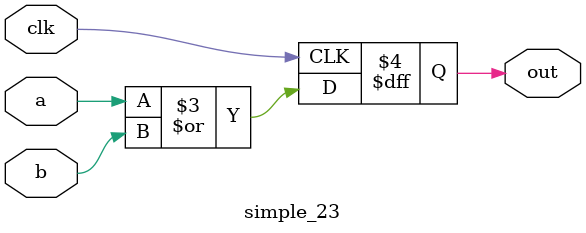
<source format=v>
module simple_23(
    input clk,
    input a,
    input b,
    output reg out
);
    always @(posedge clk)
        begin
            out <= a & b;
            out <= a | b; 
        end
endmodule
</source>
